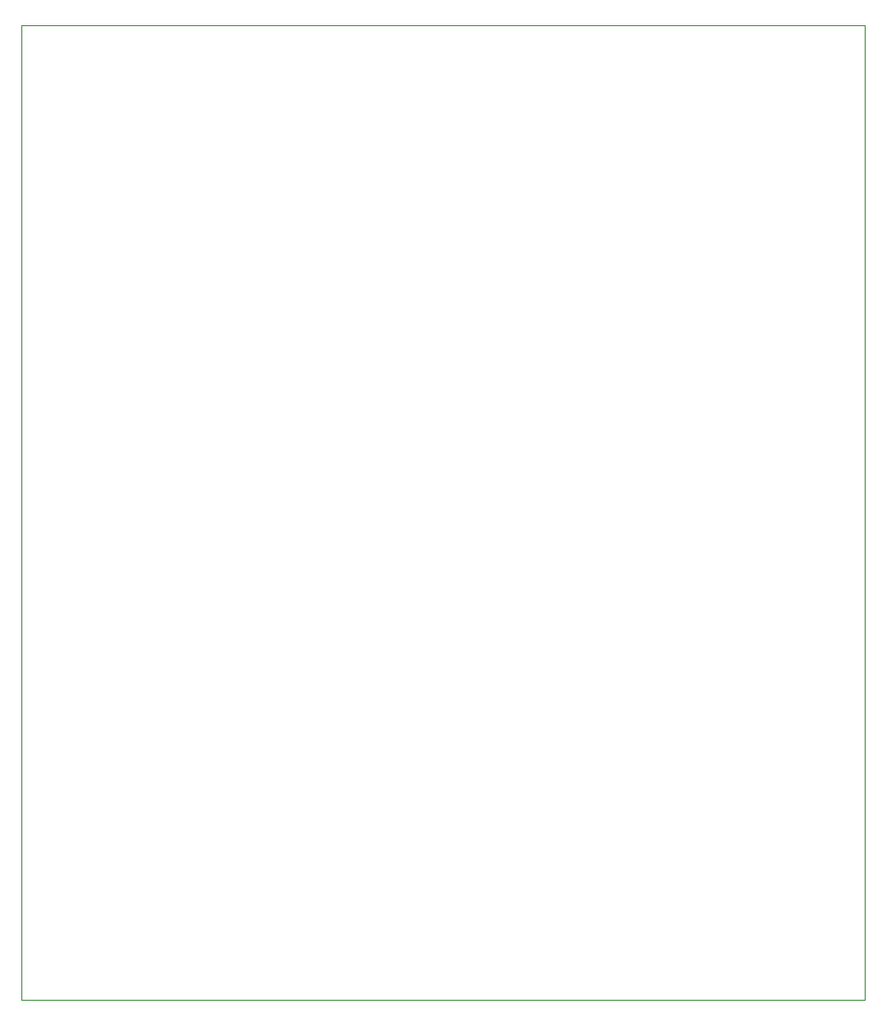
<source format=gbr>
G04 #@! TF.GenerationSoftware,KiCad,Pcbnew,(5.1.5-0)*
G04 #@! TF.CreationDate,2022-07-15T17:24:00+01:00*
G04 #@! TF.ProjectId,Esp32_Cnc_Shield_30Pin,45737033-325f-4436-9e63-5f536869656c,rev?*
G04 #@! TF.SameCoordinates,Original*
G04 #@! TF.FileFunction,Profile,NP*
%FSLAX46Y46*%
G04 Gerber Fmt 4.6, Leading zero omitted, Abs format (unit mm)*
G04 Created by KiCad (PCBNEW (5.1.5-0)) date 2022-07-15 17:24:00*
%MOMM*%
%LPD*%
G04 APERTURE LIST*
%ADD10C,0.050000*%
G04 APERTURE END LIST*
D10*
X170000Y85260000D02*
X170000Y170000D01*
X73830000Y85260000D02*
X170000Y85260000D01*
X73830000Y170000D02*
X73830000Y85260000D01*
X170000Y170000D02*
X73830000Y170000D01*
M02*

</source>
